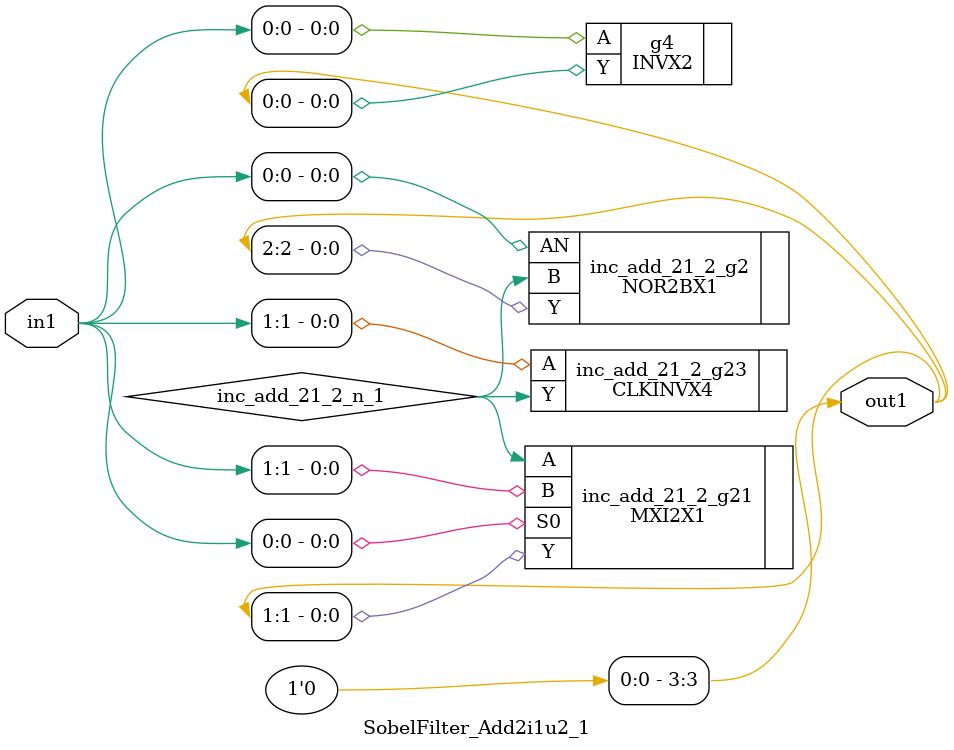
<source format=v>
`timescale 1ps / 1ps


module SobelFilter_Add2i1u2_1(in1, out1);
  input [1:0] in1;
  output [3:0] out1;
  wire [1:0] in1;
  wire [3:0] out1;
  wire inc_add_21_2_n_1;
  assign out1[3] = 1'b0;
  INVX2 g4(.A (in1[0]), .Y (out1[0]));
  MXI2X1 inc_add_21_2_g21(.A (inc_add_21_2_n_1), .B (in1[1]), .S0
       (in1[0]), .Y (out1[1]));
  CLKINVX4 inc_add_21_2_g23(.A (in1[1]), .Y (inc_add_21_2_n_1));
  NOR2BX1 inc_add_21_2_g2(.AN (in1[0]), .B (inc_add_21_2_n_1), .Y
       (out1[2]));
endmodule


</source>
